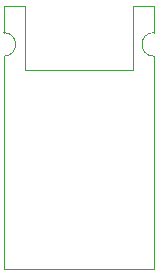
<source format=gbr>
%TF.GenerationSoftware,KiCad,Pcbnew,8.0.4-8.0.4-0~ubuntu24.04.1*%
%TF.CreationDate,2024-08-16T16:11:10+02:00*%
%TF.ProjectId,epi_ESP32 (2023_01_16 13_30_41 UTC),6570695f-4553-4503-9332-202832303233,1_1*%
%TF.SameCoordinates,Original*%
%TF.FileFunction,Profile,NP*%
%FSLAX46Y46*%
G04 Gerber Fmt 4.6, Leading zero omitted, Abs format (unit mm)*
G04 Created by KiCad (PCBNEW 8.0.4-8.0.4-0~ubuntu24.04.1) date 2024-08-16 16:11:10*
%MOMM*%
%LPD*%
G01*
G04 APERTURE LIST*
%TA.AperFunction,Profile*%
%ADD10C,0.010000*%
%TD*%
G04 APERTURE END LIST*
D10*
X97890000Y-49918500D02*
X97890000Y-52150000D01*
X97895036Y-72200000D02*
X110600000Y-72200000D01*
X99672767Y-55315248D02*
X99668345Y-49915247D01*
X108799458Y-55318501D02*
X99672767Y-55315248D01*
X110590000Y-54150000D02*
G75*
G02*
X110590000Y-52150000I0J1000000D01*
G01*
X97890000Y-52150000D02*
G75*
G02*
X97890000Y-54150000I0J-1000000D01*
G01*
X108795036Y-49918500D02*
X110590000Y-49918500D01*
X110590000Y-52150000D02*
X110590000Y-49918500D01*
X97890000Y-49918500D02*
X99668345Y-49915247D01*
X108799458Y-55318501D02*
X108795036Y-49918500D01*
X110600000Y-72200000D02*
X110590000Y-54150000D01*
X97890000Y-54150000D02*
X97895036Y-72200000D01*
M02*

</source>
